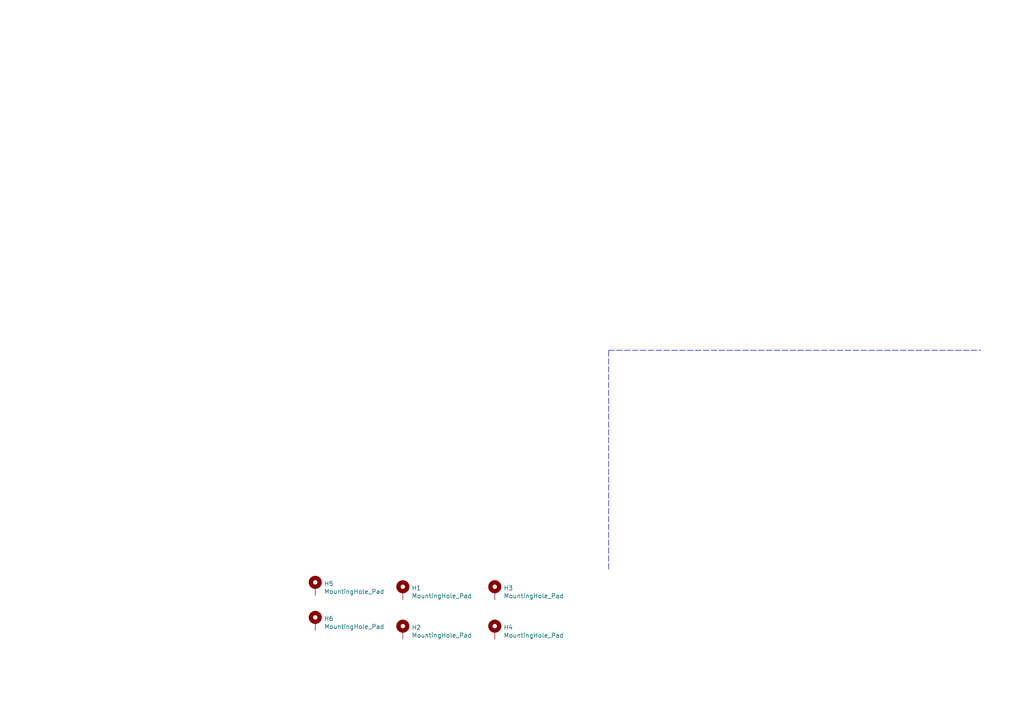
<source format=kicad_sch>
(kicad_sch (version 20210406) (generator eeschema)
  (paper "A4")
  (lib_symbols
    (symbol "Mechanical:MountingHole_Pad" (pin_numbers hide) (pin_names (offset 1.016) hide)
      (property "Reference" "H" (at 0 6.35 0))
      (property "Value" "MountingHole_Pad" (at 0 4.445 0))
      (symbol "MountingHole_Pad_0_1"
        (circle (center 0 1.27) (radius 1.27) (stroke (width 1.27)))
      )
      (symbol "MountingHole_Pad_1_1"
        (pin input line (at 0 -2.54 90) (length 2.54) (name "1") (number "1"))
      )
    )
  )
  (polyline (pts (xy 176.53 101.6) (xy 284.48 101.6)) (stroke (width 0) (type dash)))
  (polyline (pts (xy 176.53 165.1) (xy 176.53 101.6)) (stroke (width 0) (type dash)))
  (symbol (lib_id "Mechanical:MountingHole_Pad") (at 91.44 170.18 0) (unit 1)
    (property "Reference" "H5" (at 93.9801 169.2921 0) (effects (justify left)))
    (property "Value" "MountingHole_Pad" (at 93.9801 171.5908 0) (effects (justify left)))
    (property "Footprint" "MountingHole:MountingHole_2.2mm_M2" (effects hide))
  )
  (symbol (lib_id "Mechanical:MountingHole_Pad") (at 91.44 180.34 0) (unit 1)
    (property "Reference" "H6" (at 93.9801 179.4521 0) (effects (justify left)))
    (property "Value" "MountingHole_Pad" (at 93.9801 181.7508 0) (effects (justify left)))
    (property "Footprint" "MountingHole:MountingHole_2.2mm_M2" (effects hide))
  )
  (symbol (lib_id "Mechanical:MountingHole_Pad") (at 116.84 171.45 0) (unit 1)
    (property "Reference" "H1" (at 119.3801 170.5621 0) (effects (justify left)))
    (property "Value" "MountingHole_Pad" (at 119.3801 172.8608 0) (effects (justify left)))
    (property "Footprint" "MountingHole:MountingHole_3.2mm_M3_Pad_Via" (effects hide))
  )
  (symbol (lib_id "Mechanical:MountingHole_Pad") (at 116.84 182.88 0) (unit 1)
    (property "Reference" "H2" (at 119.3801 181.9921 0) (effects (justify left)))
    (property "Value" "MountingHole_Pad" (at 119.3801 184.2908 0) (effects (justify left)))
    (property "Footprint" "MountingHole:MountingHole_3.2mm_M3_Pad_Via" (effects hide))
  )
  (symbol (lib_id "Mechanical:MountingHole_Pad") (at 143.51 171.45 0) (unit 1)
    (property "Reference" "H3" (at 146.0501 170.5621 0) (effects (justify left)))
    (property "Value" "MountingHole_Pad" (at 146.0501 172.8608 0) (effects (justify left)))
    (property "Footprint" "MountingHole:MountingHole_3.2mm_M3_Pad_Via" (effects hide))
  )
  (symbol (lib_id "Mechanical:MountingHole_Pad") (at 143.51 182.88 0) (unit 1)
    (property "Reference" "H4" (at 146.0501 181.9921 0) (effects (justify left)))
    (property "Value" "MountingHole_Pad" (at 146.0501 184.2908 0) (effects (justify left)))
    (property "Footprint" "MountingHole:MountingHole_3.2mm_M3_Pad_Via" (effects hide))
  )
)
</source>
